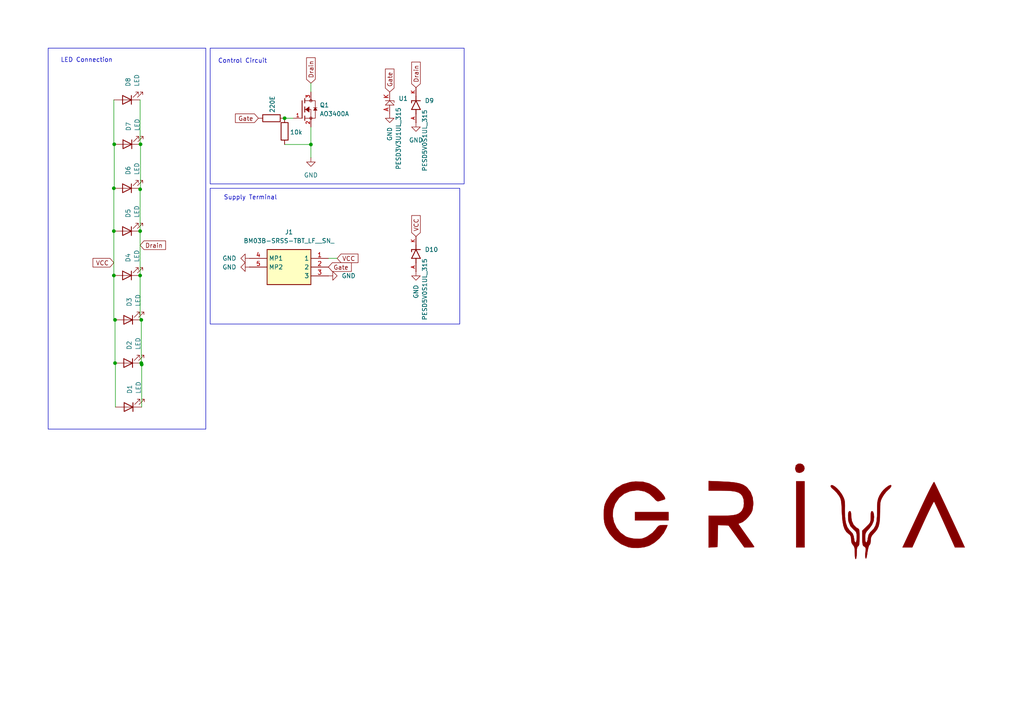
<source format=kicad_sch>
(kicad_sch (version 20250114) (generator "eeschema") (generator_version "9.0")
  (paper "A4")
  (title_block (title "LED_Ring(22.5x34)") (date "2025-06-17") (rev "1") (company "Griva_Healthcare_PVT_LTD"))
  (lib_symbols
    (symbol "Library:AO3400A" (pin_names (offset 1.016))
      (property "Reference" "Q" (at -8.89 2.54 0))
      (property "Value" "AO3400A" (at -8.89 -7.62 0))
      (symbol "AO3400A_0_0"
        (polyline (pts (xy 0 2.54) (xy 0 -2.54)) (stroke (width 0.254)))
        (polyline (pts (xy 0.762 3.175) (xy 0.762 2.54)) (stroke (width 0.254)))
        (polyline (pts (xy 0.762 2.54) (xy 0.762 1.905)) (stroke (width 0.254)))
        (polyline (pts (xy 0.762 2.54) (xy 3.81 2.54)) (stroke (width 0.1524)))
        (polyline (pts (xy 0.762 0.762) (xy 0.762 0)) (stroke (width 0.254)))
        (polyline (pts (xy 0.762 0) (xy 0.762 -0.762)) (stroke (width 0.254)))
        (polyline (pts (xy 0.762 0) (xy 2.54 0)) (stroke (width 0.1524)))
        (polyline (pts (xy 0.762 -1.905) (xy 0.762 -3.175)) (stroke (width 0.254)))
        (polyline (pts (xy 1.016 0) (xy 2.032 0.762) (xy 2.032 -0.762) (xy 1.016 0)) (stroke (width 0.1524)) (fill (type outline)))
        (circle (center 2.54 2.54) (radius 0.3592))
        (polyline (pts (xy 2.54 0) (xy 2.54 -2.54)) (stroke (width 0.1524)))
        (circle (center 2.54 -2.54) (radius 0.3592))
        (polyline (pts (xy 3.81 2.54) (xy 3.81 0.508)) (stroke (width 0.1524)))
        (polyline (pts (xy 3.81 0.508) (xy 3.302 0.508)) (stroke (width 0.1524)))
        (polyline (pts (xy 3.81 0.508) (xy 3.81 -2.54)) (stroke (width 0.1524)))
        (polyline (pts (xy 3.81 0.508) (xy 3.302 -0.254) (xy 4.318 -0.254) (xy 3.81 0.508)) (stroke (width 0.1524)) (fill (type outline)))
        (polyline (pts (xy 3.81 -2.54) (xy 0.762 -2.54)) (stroke (width 0.1524)))
        (polyline (pts (xy 4.318 0.508) (xy 3.81 0.508)) (stroke (width 0.1524)))
        (pin passive line (at -2.54 -2.54 0) (length 2.54) (name "~") (number "1"))
        (pin passive line (at 2.54 5.08 270) (length 2.54) (name "~") (number "3"))
        (pin passive line (at 2.54 -5.08 90) (length 2.54) (name "~") (number "2"))
      )
    )
    (symbol "Library:BM03B-SRSS-TBT_LF__SN_"
      (property "Reference" "J" (at 19.05 7.62 0))
      (property "Value" "BM03B-SRSS-TBT_LF__SN_" (at 19.05 5.08 0))
      (symbol "BM03B-SRSS-TBT_LF__SN__1_1"
        (rectangle (start 5.08 2.54) (end 17.78 -7.62) (stroke (width 0.254)) (fill (type background)))
        (pin passive line (at 0 0 0) (length 5.08) (name "MP1") (number "4"))
        (pin passive line (at 0 -2.54 0) (length 5.08) (name "MP2") (number "5"))
        (pin passive line (at 22.86 0 180) (length 5.08) (name "1") (number "1"))
        (pin passive line (at 22.86 -2.54 180) (length 5.08) (name "2") (number "2"))
        (pin passive line (at 22.86 -5.08 180) (length 5.08) (name "3") (number "3"))
      )
    )
    (symbol "Library:GND" (power) (pin_numbers (hide yes)) (pin_names (offset 0) (hide yes))
      (property "Value" "GND" (at 0 -3.81 0))
      (symbol "GND_0_1"
        (polyline (pts (xy 0 0) (xy 0 -1.27) (xy 1.27 -1.27) (xy 0 -2.54) (xy -1.27 -1.27) (xy 0 -1.27)))
      )
      (symbol "GND_1_1"
        (pin power_in line (at 0 0 270) (length 0) (name "~") (number "1"))
      )
    )
    (symbol "Library:G_D_diode"
      (property "Reference" "U" (at 0 0 0))
      (symbol "G_D_diode_0_1"
        (polyline (pts (xy 1.27 1.27) (xy 1.27 -1.27) (xy 0.719 -1.2696)))
        (polyline (pts (xy 1.27 0) (xy 0 1.27) (xy 0 -1.27) (xy 1.27 0)))
      )
      (symbol "G_D_diode_1_1"
        (pin input line (at -2.54 0 0) (length 2.54) (name "") (number "A"))
        (pin input line (at 3.81 0 180) (length 2.54) (name "") (number "K"))
      )
    )
    (symbol "Library:LED" (pin_numbers (hide yes)) (pin_names (offset 1.016) (hide yes))
      (property "Reference" "D" (at 0 2.54 0))
      (property "Value" "LED" (at 0 -2.54 0))
      (symbol "LED_0_1"
        (polyline (pts (xy -3.048 -0.762) (xy -4.572 -2.286) (xy -3.81 -2.286) (xy -4.572 -2.286) (xy -4.572 -1.524)))
        (polyline (pts (xy -1.778 -0.762) (xy -3.302 -2.286) (xy -2.54 -2.286) (xy -3.302 -2.286) (xy -3.302 -1.524)))
        (polyline (pts (xy -1.27 0) (xy 1.27 0)))
        (polyline (pts (xy -1.27 -1.27) (xy -1.27 1.27)) (stroke (width 0.254)))
        (polyline (pts (xy 1.27 -1.27) (xy 1.27 1.27) (xy -1.27 0) (xy 1.27 -1.27)) (stroke (width 0.254)))
      )
      (symbol "LED_1_1"
        (pin passive line (at -3.81 0 0) (length 2.54) (name "K") (number "1"))
        (pin passive line (at 3.81 0 180) (length 2.54) (name "A") (number "2"))
      )
    )
    (symbol "Library:LOGO" (pin_names (offset 1.016))
      (symbol "LOGO_0_0"
        (polyline (pts (xy -39.2131 -8.8428) (xy -37.7704 -8.4102) (xy -36.3108 -7.578) (xy -34.8193 -6.2994) (xy -33.574 -4.7805) (xy -32.7203 -3.172) (xy -32.4389 -2.4319) (xy -33.7162 -2.4319) (xy -34.4161 -2.4574) (xy -34.9296 -2.6083) (xy -35.3753 -2.9919) (xy -35.9388 -3.7154) (xy -36.806 -4.6769) (xy -38.3702 -5.761) (xy -38.8322 -5.9895) (xy -39.6845 -6.3177) (xy -40.5196 -6.4437) (xy -41.6127 -6.4235) (xy -42.4617 -6.3347) (xy -43.5386 -6.1222) (xy -44.3439 -5.8516) (xy -44.6105 -5.715) (xy -46.0976 -4.6288) (xy -47.2391 -3.2176) (xy -48.0012 -1.5791) (xy -48.3499 0.189) (xy -48.2513 1.9891) (xy -47.6715 3.7236) (xy -47.5987 3.8662) (xy -46.4761 5.4723) (xy -45.0285 6.6582) (xy -43.3021 7.3951) (xy -41.3433 7.6542) (xy -40.8449 7.644) (xy -39.1508 7.353) (xy -37.71 6.6259) (xy -36.414 5.4132) (xy -35.9394 4.8777) (xy -35.5191 4.5337) (xy -35.1187 4.4722) (xy -34.561 4.6171) (xy -34.488 4.6404) (xy -33.7746 4.8674) (xy -33.2872 5.0206) (xy -33.1504 5.1423) (xy -33.2155 5.5841) (xy -33.6131 6.2561) (xy -34.2938 7.0822) (xy -35.2083 7.9861) (xy -36.0176 8.6495) (xy -37.7162 9.6172) (xy -39.5944 10.1267) (xy -41.7478 10.2106) (xy -43.3098 10.0268) (xy -45.4704 9.3615) (xy -47.3437 8.2443) (xy -48.9074 6.6896) (xy -50.1393 4.7119) (xy -50.2438 4.4933) (xy -50.5957 3.6555) (xy -50.8004 2.8718) (xy -50.8963 1.9445) (xy -50.9218 0.6755) (xy -50.9218 0.6181) (xy -50.8965 -0.6617) (xy -50.7941 -1.6062) (xy -50.5799 -2.4119) (xy -50.2188 -3.275) (xy -49.2575 -4.9331) (xy -47.7368 -6.6471) (xy -45.8946 -7.9657) (xy -43.7935 -8.8349) (xy -42.5543 -9.047) (xy -40.8898 -9.0609) (xy -39.2131 -8.8428)) (stroke (width 0.01)) (fill (type outline)))
        (polyline (pts (xy -32.1553 0.1351) (xy -32.1553 1.3511) (xy -37.0191 1.3511) (xy -41.883 1.3511) (xy -41.883 0.1351) (xy -41.883 -1.0809) (xy -37.0191 -1.0809) (xy -32.1553 -1.0809) (xy -32.1553 0.1351)) (stroke (width 0.01)) (fill (type outline)))
        (polyline (pts (xy -19.2526 -8.8643) (xy -17.9691 -8.7819) (xy -17.8929 -5.5937) (xy -17.8166 -2.4055) (xy -16.2752 -2.4862) (xy -14.7338 -2.567) (xy -12.4475 -5.742) (xy -10.1613 -8.917) (xy -8.7285 -8.917) (xy -8.1669 -8.9043) (xy -7.5397 -8.8471) (xy -7.2957 -8.7594) (xy -7.3229 -8.6974) (xy -7.5888 -8.2746) (xy -8.093 -7.5303) (xy -8.7795 -6.5464) (xy -9.5925 -5.4043) (xy -9.9472 -4.9089) (xy -10.7132 -3.8276) (xy -11.3294 -2.9416) (xy -11.7401 -2.3316) (xy -11.8893 -2.0784) (xy -11.7096 -1.9472) (xy -11.1974 -1.7764) (xy -10.616 -1.5064) (xy -9.776 -0.8508) (xy -8.9431 0.018) (xy -8.2571 0.9503) (xy -7.8579 1.7966) (xy -7.8162 1.9529) (xy -7.5696 3.7978) (xy -7.7607 5.5638) (xy -8.3654 7.1446) (xy -9.3596 8.4337) (xy -9.8019 8.8068) (xy -10.6002 9.2885) (xy -11.5865 9.6464) (xy -12.8484 9.9019) (xy -14.4738 10.0765) (xy -16.5505 10.1917) (xy -20.5361 10.3501) (xy -20.5361 8.958) (xy -20.5361 7.566) (xy -16.8937 7.566) (xy -15.6204 7.5527) (xy -13.9727 7.4674) (xy -12.7365 7.2858) (xy -11.8348 6.9878) (xy -11.1907 6.5534) (xy -10.727 5.9626) (xy -10.3776 5.0372) (xy -10.2623 3.8413) (xy -10.4233 2.6752) (xy -10.8539 1.7601) (xy -11.2628 1.3065) (xy -11.8581 0.8731) (xy -12.626 0.5754) (xy -13.6579 0.3908) (xy -15.0452 0.2966) (xy -16.8796 0.2702) (xy -20.5361 0.2702) (xy -20.5361 -4.3382) (xy -20.5361 -8.9466) (xy -19.2526 -8.8643)) (stroke (width 0.01)) (fill (type outline)))
        (polyline (pts (xy 6.4935 12.8885) (xy 7.0635 13.3258) (xy 7.2958 13.953) (xy 7.1935 14.5383) (xy 6.7277 15.1649) (xy 5.9892 15.4021) (xy 5.3633 15.3141) (xy 4.7853 14.8712) (xy 4.5936 14.0511) (xy 4.6682 13.5295) (xy 4.9179 13.0243) (xy 5.1012 12.8804) (xy 5.776 12.7153) (xy 6.4935 12.8885)) (stroke (width 0.01)) (fill (type outline)))
        (polyline (pts (xy 7.2958 0.6755) (xy 7.2958 10.2681) (xy 6.0798 10.2681) (xy 4.8639 10.2681) (xy 4.8639 0.6755) (xy 4.8639 -8.917) (xy 6.0798 -8.917) (xy 7.2958 -8.917) (xy 7.2958 0.6755)) (stroke (width 0.01)) (fill (type outline)))
        (polyline (pts (xy 22.2846 -12.0135) (xy 22.388 -11.3307) (xy 22.4277 -10.4162) (xy 22.4647 -9.4034) (xy 22.5928 -8.8047) (xy 22.833 -8.5491) (xy 23.0115 -8.396) (xy 23.1476 -7.9768) (xy 23.2182 -7.2087) (xy 23.2383 -5.9965) (xy 23.2315 -4.9221) (xy 23.1901 -4.1652) (xy 23.0846 -3.7204) (xy 22.8852 -3.4688) (xy 22.5622 -3.2914) (xy 22.2948 -3.1458) (xy 21.5064 -2.3507) (xy 20.992 -1.1974) (xy 20.8074 0.2027) (xy 20.7764 0.9979) (xy 20.6507 1.4823) (xy 20.4011 1.6213) (xy 20.2938 1.6033) (xy 20.034 1.2682) (xy 19.9264 0.4821) (xy 19.9648 -0.7906) (xy 20.0557 -1.4202) (xy 20.6149 -2.7639) (xy 21.6215 -3.829) (xy 21.988 -4.126) (xy 22.2775 -4.5241) (xy 22.4014 -5.0933) (xy 22.4277 -6.018) (xy 22.3853 -6.8085) (xy 22.2307 -7.4083) (xy 22.0144 -7.5071) (xy 21.7914 -7.0951) (xy 21.617 -6.1626) (xy 21.5411 -5.6631) (xy 21.2323 -4.8704) (xy 20.6045 -4.2011) (xy 20.3348 -3.95) (xy 19.6804 -3.0085) (xy 19.2483 -1.7394) (xy 19.0226 -0.0815) (xy 18.9873 2.0266) (xy 19.0045 3.186) (xy 18.9746 4.1198) (xy 18.8673 4.8141) (xy 18.6565 5.4278) (xy 18.3162 6.12) (xy 18.0159 6.6309) (xy 17.3867 7.4784) (xy 16.6918 8.2178) (xy 16.0116 8.786) (xy 15.4263 9.1199) (xy 15.0163 9.1565) (xy 14.8617 8.8327) (xy 14.8704 8.7745) (xy 15.1419 8.3584) (xy 15.6753 7.8767) (xy 15.9059 7.6875) (xy 16.6012 6.9721) (xy 17.2291 6.1568) (xy 17.4933 5.7339) (xy 17.7178 5.2604) (xy 17.8716 4.7009) (xy 17.9759 3.9418) (xy 18.052 2.8697) (xy 18.1209 1.3709) (xy 18.1528 0.7003) (xy 18.3074 -1.1596) (xy 18.5584 -2.5844) (xy 18.9303 -3.652) (xy 19.4474 -4.44) (xy 20.1344 -5.0261) (xy 20.4567 -5.2825) (xy 20.7342 -5.7895) (xy 20.8064 -6.6094) (xy 20.9309 -7.5851) (xy 21.3468 -8.2415) (xy 21.5117 -8.4129) (xy 21.7432 -8.8518) (xy 21.857 -9.5297) (xy 21.8873 -10.5961) (xy 21.9136 -11.5035) (xy 22.006 -12.144) (xy 22.1575 -12.2947) (xy 22.2846 -12.0135)) (stroke (width 0.01)) (fill (type outline)))
        (polyline (pts (xy 25.1789 -12.0829) (xy 25.3363 -11.5168) (xy 25.5121 -10.4242) (xy 25.5334 -10.2736) (xy 25.7254 -9.223) (xy 25.9392 -8.4849) (xy 26.1431 -8.1724) (xy 26.2072 -8.1344) (xy 26.406 -7.6931) (xy 26.4809 -6.8997) (xy 26.4832 -6.708) (xy 26.5794 -5.9941) (xy 26.8939 -5.3942) (xy 27.5321 -4.6869) (xy 27.7777 -4.4305) (xy 28.3591 -3.6698) (xy 28.7614 -2.8063) (xy 29.0137 -1.7314) (xy 29.1449 -0.3367) (xy 29.184 1.4862) (xy 29.1853 1.9459) (xy 29.2047 3.1434) (xy 29.2681 3.9888) (xy 29.4021 4.6261) (xy 29.6331 5.1994) (xy 29.9877 5.8527) (xy 30.3558 6.43) (xy 31.0085 7.2615) (xy 31.6064 7.8301) (xy 31.9689 8.1401) (xy 32.3409 8.6273) (xy 32.4588 9.0236) (xy 32.2548 9.1872) (xy 32.1852 9.1807) (xy 31.6354 8.9331) (xy 30.9236 8.4192) (xy 30.2066 7.7644) (xy 29.641 7.0943) (xy 29.6195 7.063) (xy 29.0467 6.1474) (xy 28.6678 5.2899) (xy 28.448 4.3418) (xy 28.3522 3.1538) (xy 28.3454 1.5772) (xy 28.3337 0.1618) (xy 28.1945 -1.3704) (xy 27.8874 -2.5466) (xy 27.3834 -3.4654) (xy 26.6538 -4.2255) (xy 26.3444 -4.51) (xy 25.881 -5.2059) (xy 25.6702 -6.1626) (xy 25.5709 -6.7923) (xy 25.3531 -7.4038) (xy 25.1204 -7.4988) (xy 24.9352 -7.0789) (xy 24.8596 -6.1453) (xy 24.8709 -5.5579) (xy 24.9825 -4.8564) (xy 25.2979 -4.2847) (xy 25.9182 -3.5997) (xy 26.1046 -3.3996) (xy 26.8374 -2.3887) (xy 27.2808 -1.391) (xy 27.3579 -1.0525) (xy 27.4495 -0.105) (xy 27.3826 0.7552) (xy 27.1778 1.3801) (xy 26.8561 1.6213) (xy 26.8496 1.6212) (xy 26.6319 1.4599) (xy 26.5154 0.9325) (xy 26.4809 -0.0463) (xy 26.4806 -0.236) (xy 26.4487 -1.1041) (xy 26.2972 -1.69) (xy 25.9335 -2.2096) (xy 25.2649 -2.879) (xy 24.049 -4.0441) (xy 24.049 -6.2008) (xy 24.0495 -6.4597) (xy 24.0736 -7.4679) (xy 24.1542 -8.0859) (xy 24.3194 -8.4386) (xy 24.5969 -8.6508) (xy 24.7113 -8.7167) (xy 24.9738 -8.988) (xy 25.0467 -9.4494) (xy 24.9689 -10.2702) (xy 24.925 -10.7042) (xy 24.9143 -11.5347) (xy 25.0059 -12.0806) (xy 25.0357 -12.1359) (xy 25.1789 -12.0829)) (stroke (width 0.01)) (fill (type outline)))
        (polyline (pts (xy 41.6012 -2.1516) (xy 41.687 -1.963) (xy 42.4889 -0.2227) (xy 43.2215 1.3265) (xy 43.8548 2.624) (xy 44.3587 3.6092) (xy 44.7031 4.2218) (xy 44.8579 4.4011) (xy 45.005 4.1244) (xy 45.344 3.417) (xy 45.8421 2.3474) (xy 46.4686 0.9827) (xy 47.1924 -0.6102) (xy 47.9827 -2.3644) (xy 50.9227 -8.917) (xy 52.3441 -8.917) (xy 53.7656 -8.917) (xy 53.1265 -7.4984) (xy 52.8983 -6.9936) (xy 52.2718 -5.6213) (xy 51.5356 -4.0225) (xy 50.7203 -2.2626) (xy 49.8564 -0.4065) (xy 48.9746 1.4804) (xy 48.1054 3.3331) (xy 47.2796 5.0863) (xy 46.5277 6.6749) (xy 45.8802 8.0337) (xy 45.3679 9.0976) (xy 45.0213 9.8013) (xy 44.871 10.0797) (xy 44.8695 10.0811) (xy 44.7008 9.8928) (xy 44.3404 9.2751) (xy 43.8196 8.289) (xy 43.1696 6.9955) (xy 42.4219 5.4554) (xy 41.6077 3.7297) (xy 40.9779 2.3773) (xy 40.0569 0.4009) (xy 39.1603 -1.5219) (xy 38.3388 -3.2818) (xy 37.6436 -4.7699) (xy 37.1253 -5.8771) (xy 35.6999 -8.917) (xy 37.1146 -8.917) (xy 38.5294 -8.917) (xy 41.6012 -2.1516)) (stroke (width 0.01)) (fill (type outline)))
      )
    )
    (symbol "Library:R" (pin_numbers (hide yes)) (pin_names (offset 0))
      (property "Reference" "R" (at 2.032 0 90))
      (property "Value" "R" (at 0 0 90))
      (symbol "R_0_1"
        (rectangle (start -1.016 -2.54) (end 1.016 2.54) (stroke (width 0.254)))
      )
      (symbol "R_1_1"
        (pin passive line (at 0 3.81 270) (length 1.27) (name "~") (number "1"))
        (pin passive line (at 0 -3.81 90) (length 1.27) (name "~") (number "2"))
      )
    )
    (symbol "PESD5V0S1UL_315:PESD5V0S1UL_315" (pin_names (offset 1.016))
      (property "Reference" "D" (at -5.08 2.54 0))
      (property "Value" "PESD5V0S1UL_315" (at -5.08 -3.81 0))
      (symbol "PESD5V0S1UL_315_0_0"
        (polyline (pts (xy -2.54 0) (xy -1.27 0)) (stroke (width 0.254)))
        (polyline (pts (xy -1.27 1.27) (xy -1.27 -1.27)) (stroke (width 0.254)))
        (polyline (pts (xy -1.27 -1.27) (xy 1.27 0)) (stroke (width 0.254)))
        (polyline (pts (xy 0.635 1.27) (xy 1.27 1.27)) (stroke (width 0.254)))
        (polyline (pts (xy 1.27 1.27) (xy 1.27 -1.27)) (stroke (width 0.254)))
        (polyline (pts (xy 1.27 0) (xy -1.27 1.27)) (stroke (width 0.254)))
        (polyline (pts (xy 2.54 0) (xy 1.27 0)) (stroke (width 0.254)))
        (pin passive line (at -5.08 0 0) (length 2.54) (name "~") (number "A"))
        (pin passive line (at 5.08 0 180) (length 2.54) (name "~") (number "K"))
      )
    )
  )
  (rectangle (start 13.97 13.97) (end 59.69 124.46))
  (rectangle (start 60.96 13.97) (end 134.62 53.34))
  (rectangle (start 60.96 54.61) (end 133.35 93.98))
  (text "Supply Terminal\n" (at 72.644 57.404 0) (effects (font (size 1.27 1.27))))
  (text "Control Circuit" (at 70.358 17.78 0) (effects (font (size 1.27 1.27))))
  (text "LED Connection\n" (at 25.146 17.526 0) (effects (font (size 1.27 1.27))))
  (junction (at 33.134 41.8496))
  (junction (at 40.64 67.0286))
  (junction (at 82.55 34.29))
  (junction (at 33.02 67.0286))
  (junction (at 33.02 79.9029))
  (junction (at 90.17 41.91))
  (junction (at 40.9818 92.7772))
  (junction (at 41.0958 105.7287))
  (junction (at 40.64 79.9029))
  (junction (at 40.64 54.8944))
  (junction (at 33.02 54.61))
  (junction (at 33.3618 92.7772))
  (junction (at 33.3618 105.3097))
  (junction (at 40.9818 105.3097))
  (junction (at 40.754 41.8496))
  (wire (pts (xy 33.02 79.9029) (xy 33.02 67.0286)))
  (wire (pts (xy 40.9818 92.7772) (xy 40.9818 105.3097)))
  (wire (pts (xy 40.64 67.0286) (xy 40.64 54.8944)))
  (wire (pts (xy 41.0958 105.7287) (xy 41.0958 105.3097)))
  (wire (pts (xy 40.754 41.8496) (xy 40.754 54.8944)))
  (wire (pts (xy 33.3618 92.7772) (xy 33.3618 105.3097)))
  (wire (pts (xy 90.17 24.13) (xy 90.17 26.67)))
  (wire (pts (xy 82.55 34.29) (xy 85.09 34.29)))
  (wire (pts (xy 33.4758 118.07) (xy 33.4758 105.3097)))
  (wire (pts (xy 40.64 79.9029) (xy 40.64 92.7772)))
  (wire (pts (xy 40.64 92.7772) (xy 40.9818 92.7772)))
  (wire (pts (xy 40.9818 105.3097) (xy 40.9818 105.7287)))
  (wire (pts (xy 40.64 28.9753) (xy 40.64 41.8496)))
  (wire (pts (xy 33.02 41.8496) (xy 33.134 41.8496)))
  (wire (pts (xy 40.754 54.8944) (xy 40.64 54.8944)))
  (wire (pts (xy 97.79 74.93) (xy 95.25 74.93)))
  (wire (pts (xy 40.64 79.9029) (xy 40.64 67.0286)))
  (wire (pts (xy 33.4758 105.3097) (xy 33.3618 105.3097)))
  (wire (pts (xy 40.64 41.8496) (xy 40.754 41.8496)))
  (wire (pts (xy 90.17 36.83) (xy 90.17 41.91)))
  (wire (pts (xy 40.64 54.8944) (xy 40.64 54.61)))
  (wire (pts (xy 41.0958 105.3097) (xy 40.9818 105.3097)))
  (wire (pts (xy 41.0958 118.07) (xy 41.0958 105.7287)))
  (wire (pts (xy 40.9818 105.7287) (xy 41.0958 105.7287)))
  (wire (pts (xy 33.02 79.9029) (xy 33.02 92.7772)))
  (wire (pts (xy 90.17 45.72) (xy 90.17 41.91)))
  (wire (pts (xy 82.55 41.91) (xy 90.17 41.91)))
  (wire (pts (xy 33.02 92.7772) (xy 33.3618 92.7772)))
  (wire (pts (xy 33.02 28.9753) (xy 33.02 41.8496)))
  (wire (pts (xy 33.134 54.61) (xy 33.02 54.61)))
  (wire (pts (xy 33.134 41.8496) (xy 33.134 54.61)))
  (wire (pts (xy 33.02 67.0286) (xy 33.02 54.61)))
  (global_label "Drain" (shape input) (at 40.64 71.12 0) (property "Intersheetrefs" "${INTERSHEET_REFS}" (effects (hide yes))))
  (global_label "VCC" (shape input) (at 97.79 74.93 0) (property "Intersheetrefs" "${INTERSHEET_REFS}" (effects (hide yes))))
  (global_label "Drain" (shape input) (at 90.17 24.13 90) (property "Intersheetrefs" "${INTERSHEET_REFS}" (effects (hide yes))))
  (global_label "Gate" (shape input) (at 74.93 34.29 180) (property "Intersheetrefs" "${INTERSHEET_REFS}" (effects (hide yes))))
  (global_label "VCC" (shape input) (at 120.65 68.58 90) (property "Intersheetrefs" "${INTERSHEET_REFS}" (effects (hide yes))))
  (global_label "Gate" (shape input) (at 95.25 77.47 0) (property "Intersheetrefs" "${INTERSHEET_REFS}" (effects (hide yes))))
  (global_label "Drain" (shape input) (at 120.65 25.4 90) (property "Intersheetrefs" "${INTERSHEET_REFS}" (effects (hide yes))))
  (global_label "Gate" (shape input) (at 113.03 26.67 90) (property "Intersheetrefs" "${INTERSHEET_REFS}" (effects (hide yes))))
  (global_label "VCC" (shape input) (at 33.02 76.2 180) (property "Intersheetrefs" "${INTERSHEET_REFS}" (effects (hide yes))))
  (symbol (lib_id "Library:LED") (at 36.83 67.0286 180) (unit 1)
    (property "Reference" "D5" (at 37.1474 63.2186 90) (effects (justify right)))
    (property "Value" "LED" (at 39.6874 63.2186 90) (effects (justify right)))
    (property "Footprint" "Library:LED_Sunrom" (effects (hide yes)))
    (property "Description" "Light emitting diode" (effects (hide yes)))
  )
  (symbol (lib_id "Library:LED") (at 36.944 41.8496 180) (unit 1)
    (property "Reference" "D7" (at 37.2614 38.0396 90) (effects (justify right)))
    (property "Value" "LED" (at 39.8014 38.0396 90) (effects (justify right)))
    (property "Footprint" "Library:LED_Sunrom" (effects (hide yes)))
    (property "Description" "Light emitting diode" (effects (hide yes)))
  )
  (symbol (lib_id "Library:GND") (at 72.39 74.93 270) (unit 1)
    (property "Reference" "#PWR03" (effects (hide yes)))
    (property "Value" "GND" (at 68.58 74.9299 90) (effects (justify right)))
    (property "Description" "Power symbol creates a global label with name \"GND\" , ground" (effects (hide yes)))
  )
  (symbol (lib_id "Library:R") (at 82.55 38.1 0) (unit 1)
    (property "Reference" "R1" (effects (hide yes)))
    (property "Value" "10k" (at 84.074 38.354 0) (effects (justify left)))
    (property "Footprint" "Resistor_SMD:R_0402_1005Metric_Pad0.72x0.64mm_HandSolder" (effects (hide yes)))
    (property "Description" "Resistor" (effects (hide yes)))
  )
  (symbol (lib_id "Library:R") (at 78.74 34.29 90) (unit 1)
    (property "Reference" "R2" (effects (hide yes)))
    (property "Value" "220E" (at 78.994 32.766 0) (effects (justify left)))
    (property "Footprint" "Resistor_SMD:R_0402_1005Metric_Pad0.72x0.64mm_HandSolder" (effects (hide yes)))
    (property "Description" "Resistor" (effects (hide yes)))
  )
  (symbol (lib_id "Library:GND") (at 113.03 33.02 0) (unit 1)
    (property "Reference" "#PWR06" (effects (hide yes)))
    (property "Value" "GND" (at 113.0299 36.83 90) (effects (justify right)))
    (property "Description" "Power symbol creates a global label with name \"GND\" , ground" (effects (hide yes)))
  )
  (symbol (lib_id "Library:LED") (at 37.1718 105.3097 180) (unit 1)
    (property "Reference" "D2" (at 37.4892 101.4997 90) (effects (justify right)))
    (property "Value" "LED" (at 40.0292 101.4997 90) (effects (justify right)))
    (property "Footprint" "Library:LED_Sunrom" (effects (hide yes)))
    (property "Description" "Light emitting diode" (effects (hide yes)))
  )
  (symbol (lib_id "Library:GND") (at 95.25 80.01 90) (unit 1)
    (property "Reference" "#PWR02" (effects (hide yes)))
    (property "Value" "GND" (at 99.06 80.0099 90) (effects (justify right)))
    (property "Description" "Power symbol creates a global label with name \"GND\" , ground" (effects (hide yes)))
  )
  (symbol (lib_id "Library:BM03B-SRSS-TBT_LF__SN_") (at 72.39 74.93 0) (unit 1)
    (property "Reference" "J1" (at 83.82 67.31 0))
    (property "Value" "BM03B-SRSS-TBT_LF__SN_" (at 83.82 69.85 0))
    (property "Footprint" "3pin:BM03BSRSSTBTLFSN" (effects (hide yes)))
    (property "Datasheet" "https://www.jst.com/wp-content/uploads/2021/03/eSR_SZ-new.pdf" (effects (hide yes)))
    (property "Description" "Connector Header Surface Mount 3 position 0.039\" (1.00mm) 50V, 1A, -25C ~ 85C" (effects (hide yes)))
    (property "Height" "4.25" (effects (hide yes)))
    (property "Mouser Part Number" "N/A" (effects (hide yes)))
    (property "Mouser Price/Stock" "https://www.mouser.co.uk/ProductDetail/JST/BM03B-SRSS-TBTLFSN?qs=cdbOS8ANM9DdRpBGFprCSQ%3D%3D" (effects (hide yes)))
    (property "Manufacturer_Name" "JST (JAPAN SOLDERLESS TERMINALS)" (effects (hide yes)))
    (property "Manufacturer_Part_Number" "BM03B-SRSS-TBT(LF)(SN)" (effects (hide yes)))
  )
  (symbol (lib_id "Library:GND") (at 120.65 78.74 0) (unit 1)
    (property "Reference" "#PWR05" (effects (hide yes)))
    (property "Value" "GND" (at 120.6499 82.55 90) (effects (justify right)))
    (property "Description" "Power symbol creates a global label with name \"GND\" , ground" (effects (hide yes)))
  )
  (symbol (lib_id "PESD5V0S1UL_315:PESD5V0S1UL_315") (at 120.65 30.48 90) (unit 1)
    (property "Reference" "D9" (at 123.19 29.2099 90) (effects (justify right)))
    (property "Value" "PESD5V0S1UL_315" (at 123.19 31.7499 0) (effects (justify right)))
    (property "Footprint" "PESD5V0S1UL_315:DIO_PESD5V0S1UL_315" (effects (hide yes)))
    (property "MF" "Nexperia USA" (effects (hide yes)))
    (property "Description_1" "20V Clamp 15A (8/20µs) Ipp Tvs Diode Surface Mount DFN1006-2" (effects (hide yes)))
    (property "Package" "DFN1006-2-2 Nexperia USA Inc." (effects (hide yes)))
    (property "Price" "None" (effects (hide yes)))
    (property "MP" "PESD5V0S1UL,315" (effects (hide yes)))
    (property "Availability" "In Stock" (effects (hide yes)))
    (property "Purchase-URL" "https://pricing.snapeda.com/search/part/PESD5V0S1UL,315/?ref=eda" (effects (hide yes)))
  )
  (symbol (lib_id "Library:LED") (at 37.2858 118.07 180) (unit 1)
    (property "Reference" "D1" (at 37.6032 114.26 90) (effects (justify right)))
    (property "Value" "LED" (at 40.1432 114.26 90) (effects (justify right)))
    (property "Footprint" "Library:LED_Sunrom" (effects (hide yes)))
    (property "Description" "Light emitting diode" (effects (hide yes)))
  )
  (symbol (lib_id "Library:G_D_diode") (at 113.03 30.48 90) (unit 1)
    (property "Reference" "U1" (at 115.57 28.5749 90) (effects (justify right)))
    (property "Value" "PESD3V3U1UL_315" (at 115.57 31.1149 0) (effects (justify right)))
    (property "Footprint" "PESD3V3U1UL_315:DIO_PESD5V0S1UL_315" (effects (hide yes)))
  )
  (symbol (lib_id "Library:LED") (at 37.1718 92.7772 180) (unit 1)
    (property "Reference" "D3" (at 37.4892 88.9672 90) (effects (justify right)))
    (property "Value" "LED" (at 40.0292 88.9672 90) (effects (justify right)))
    (property "Footprint" "Library:LED_Sunrom" (effects (hide yes)))
    (property "Description" "Light emitting diode" (effects (hide yes)))
  )
  (symbol (lib_id "Library:GND") (at 90.17 45.72 0) (unit 1)
    (property "Reference" "#PWR01" (effects (hide yes)))
    (property "Value" "GND" (at 90.17 50.8 0))
    (property "Description" "Power symbol creates a global label with name \"GND\" , ground" (effects (hide yes)))
  )
  (symbol (lib_id "Library:AO3400A") (at 87.63 31.75 0) (unit 1)
    (property "Reference" "Q1" (at 92.71 30.4799 0) (effects (justify left)))
    (property "Value" "AO3400A" (at 92.71 33.0199 0) (effects (justify left)))
    (property "Footprint" "AO3400A:SOT-23-3L_AOS-L" (effects (hide yes)))
    (property "PARTREV" "L" (effects (hide yes)))
    (property "STANDARD" "IPC 7351B" (effects (hide yes)))
    (property "MAXIMUM_PACKAGE_HEIGHT" "1.25 mm" (effects (hide yes)))
    (property "MANUFACTURER" "Alpha & Omega Semiconductor" (effects (hide yes)))
  )
  (symbol (lib_id "Library:LED") (at 36.83 54.61 180) (unit 1)
    (property "Reference" "D6" (at 37.1474 50.8 90) (effects (justify right)))
    (property "Value" "LED" (at 39.6874 50.8 90) (effects (justify right)))
    (property "Footprint" "Library:LED_Sunrom" (effects (hide yes)))
    (property "Description" "Light emitting diode" (effects (hide yes)))
  )
  (symbol (lib_id "Library:GND") (at 72.39 77.47 270) (unit 1)
    (property "Reference" "#PWR04" (effects (hide yes)))
    (property "Value" "GND" (at 68.58 77.4699 90) (effects (justify right)))
    (property "Description" "Power symbol creates a global label with name \"GND\" , ground" (effects (hide yes)))
  )
  (symbol (lib_id "PESD5V0S1UL_315:PESD5V0S1UL_315") (at 120.65 73.66 90) (unit 1)
    (property "Reference" "D10" (at 123.19 72.3899 90) (effects (justify right)))
    (property "Value" "PESD5V0S1UL_315" (at 123.19 74.9299 0) (effects (justify right)))
    (property "Footprint" "PESD5V0S1UL_315:DIO_PESD5V0S1UL_315" (effects (hide yes)))
    (property "MF" "Nexperia USA" (effects (hide yes)))
    (property "Description_1" "20V Clamp 15A (8/20µs) Ipp Tvs Diode Surface Mount DFN1006-2" (effects (hide yes)))
    (property "Package" "DFN1006-2-2 Nexperia USA Inc." (effects (hide yes)))
    (property "Price" "None" (effects (hide yes)))
    (property "MP" "PESD5V0S1UL,315" (effects (hide yes)))
    (property "Availability" "In Stock" (effects (hide yes)))
    (property "Purchase-URL" "https://pricing.snapeda.com/search/part/PESD5V0S1UL,315/?ref=eda" (effects (hide yes)))
  )
  (symbol (lib_id "Library:LED") (at 36.83 79.9029 180) (unit 1)
    (property "Reference" "D4" (at 37.1474 76.0929 90) (effects (justify right)))
    (property "Value" "LED" (at 39.6874 76.0929 90) (effects (justify right)))
    (property "Footprint" "Library:LED_Sunrom" (effects (hide yes)))
    (property "Description" "Light emitting diode" (effects (hide yes)))
  )
  (symbol (lib_id "Library:GND") (at 120.65 35.56 0) (unit 1)
    (property "Reference" "#PWR07" (effects (hide yes)))
    (property "Value" "GND" (at 120.65 40.64 0))
    (property "Description" "Power symbol creates a global label with name \"GND\" , ground" (effects (hide yes)))
  )
  (symbol (lib_id "Library:LED") (at 36.83 28.9753 180) (unit 1)
    (property "Reference" "D8" (at 37.1474 25.1653 90) (effects (justify right)))
    (property "Value" "LED" (at 39.6874 25.1653 90) (effects (justify right)))
    (property "Footprint" "Library:LED_Sunrom" (effects (hide yes)))
    (property "Description" "Light emitting diode" (effects (hide yes)))
  )
  (symbol (lib_id "Library:LOGO") (at 226.06 149.86 0) (unit 1)
    (property "Reference" "#G1" (effects (hide yes)))
    (property "Value" "LOGO" (effects (hide yes)))
  )
)
</source>
